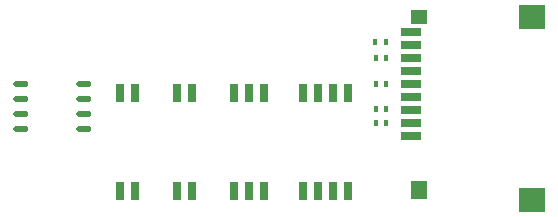
<source format=gbp>
G04*
G04 #@! TF.GenerationSoftware,Altium Limited,Altium Designer,20.0.13 (296)*
G04*
G04 Layer_Color=128*
%FSLAX25Y25*%
%MOIN*%
G70*
G01*
G75*
%ADD18R,0.01575X0.01968*%
%ADD69R,0.02559X0.05906*%
%ADD70R,0.07087X0.02756*%
%ADD71R,0.05512X0.04724*%
%ADD72R,0.08661X0.08000*%
%ADD73R,0.05512X0.06299*%
%ADD74O,0.05118X0.01968*%
D18*
X119272Y62000D02*
D03*
X115729Y62000D02*
D03*
X115827Y56500D02*
D03*
X119173D02*
D03*
X115827Y35000D02*
D03*
X119173D02*
D03*
X115827Y39500D02*
D03*
X119173D02*
D03*
X115827Y48000D02*
D03*
X119173D02*
D03*
D69*
X106500Y45048D02*
D03*
X101500D02*
D03*
X91500Y12371D02*
D03*
X96500D02*
D03*
X101500D02*
D03*
X106500D02*
D03*
X91500Y45048D02*
D03*
X96500D02*
D03*
X68500Y45000D02*
D03*
Y12323D02*
D03*
X73500D02*
D03*
X78500D02*
D03*
X73500Y45000D02*
D03*
X78500D02*
D03*
X54500Y12371D02*
D03*
X49500D02*
D03*
Y45048D02*
D03*
X54500D02*
D03*
X35500Y12371D02*
D03*
X30500D02*
D03*
Y45048D02*
D03*
X35500D02*
D03*
D70*
X127662Y52307D02*
D03*
Y65299D02*
D03*
Y60969D02*
D03*
Y56638D02*
D03*
Y47976D02*
D03*
Y43646D02*
D03*
Y39315D02*
D03*
Y34984D02*
D03*
Y30654D02*
D03*
D71*
X130130Y70417D02*
D03*
D72*
X167926D02*
D03*
Y9394D02*
D03*
D73*
X130130Y12543D02*
D03*
D74*
X18433Y48000D02*
D03*
Y43000D02*
D03*
Y38000D02*
D03*
Y33000D02*
D03*
X-2433Y48000D02*
D03*
Y43000D02*
D03*
Y38000D02*
D03*
Y33000D02*
D03*
M02*

</source>
